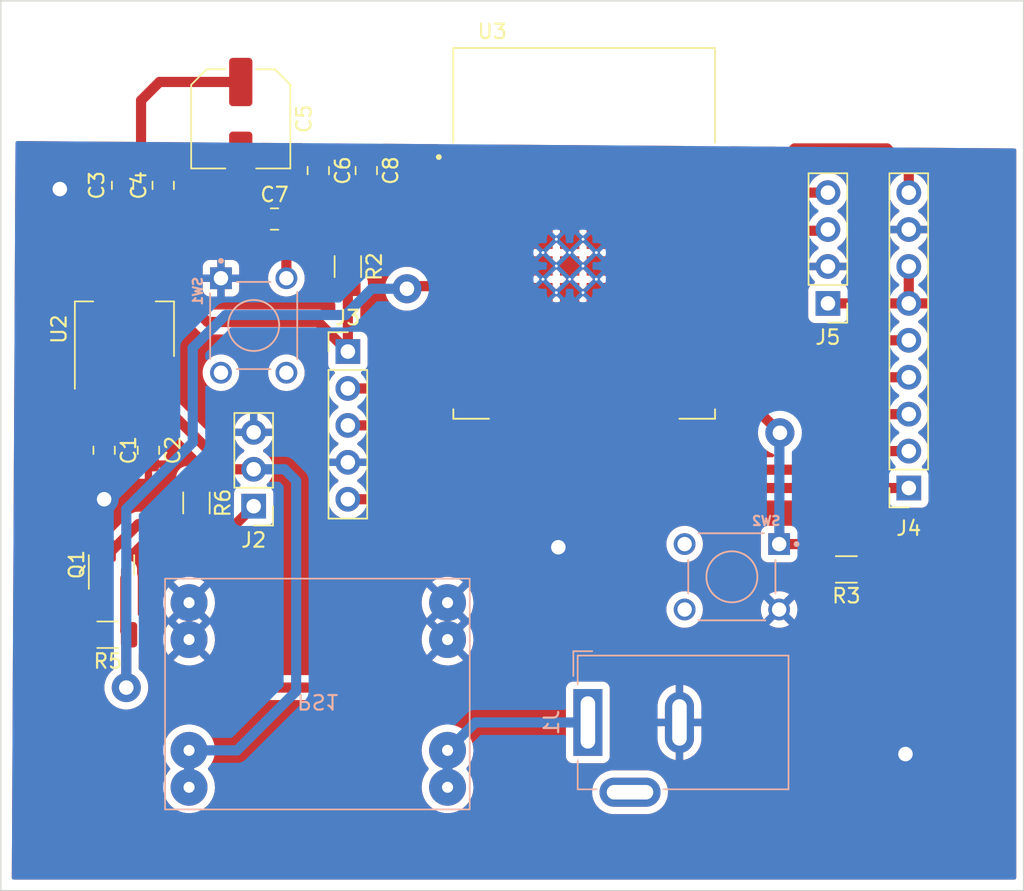
<source format=kicad_pcb>
(kicad_pcb (version 20211014) (generator pcbnew)
  (layers (0 "F.Cu" signal) (31 "B.Cu" signal) (34 "B.Paste" user) (35 "F.Paste" user) (36 "B.SilkS" user "B.Silkscreen") (37 "F.SilkS" user "F.Silkscreen") (38 "B.Mask" user) (39 "F.Mask" user) (44 "Edge.Cuts" user))
  (net 0 "")
  (net 1 "5V")
  (net 2 "GND")
  (net 3 "3V3")
  (net 4 "Net-(C7-Pad2)")
  (net 5 "12V")
  (net 6 "LED_DATA")
  (net 7 "JS_Y")
  (net 8 "JS_X")
  (net 9 "JS_SW")
  (net 10 "LCD_SDIMOSI")
  (net 11 "LCD_SDOMISO")
  (net 12 "LCD_SCK")
  (net 13 "LCD_RST")
  (net 14 "LCD_DC")
  (net 15 "LCD_CS")
  (net 16 "RX")
  (net 17 "Net-(Q1-Pad2)")
  (net 18 "TX")
  (net 19 "Net-(R3-Pad2)")
  (footprint "Connector_PinHeader_2.54mm:PinHeader_1x05_P2.54mm_Vertical" (layer "F.Cu") (at 127.762 82.55)
    (fp_text reference "J3" (at 0 -2.33) (layer "F.SilkS"))
    (fp_text value "Conn_01x05_Male")
    (fp_line (start -1.33 0) (end -1.33 -1.33) (layer "F.SilkS") (width 0.12))
    (fp_line (start 1.33 1.27) (end 1.33 11.49) (layer "F.SilkS") (width 0.12))
    (fp_line (start -1.33 1.27) (end 1.33 1.27) (layer "F.SilkS") (width 0.12))
    (fp_line (start -1.33 -1.33) (end 0 -1.33) (layer "F.SilkS") (width 0.12))
    (fp_line (start -1.33 11.49) (end 1.33 11.49) (layer "F.SilkS") (width 0.12))
    (fp_line (start -1.33 1.27) (end -1.33 11.49) (layer "F.SilkS") (width 0.12))
    (pad "1" thru_hole rect (at 0 0) (size 1.7 1.7) (drill 1) (layers *.Cu *.Mask) (net 3 "3V3"))
    (pad "2" thru_hole oval (at 0 2.54) (size 1.7 1.7) (drill 1) (layers *.Cu *.Mask) (net 7 "JS_Y"))
    (pad "3" thru_hole oval (at 0 5.08) (size 1.7 1.7) (drill 1) (layers *.Cu *.Mask) (net 8 "JS_X"))
    (pad "4" thru_hole oval (at 0 7.62) (size 1.7 1.7) (drill 1) (layers *.Cu *.Mask) (net 2 "GND"))
    (pad "5" thru_hole oval (at 0 10.16) (size 1.7 1.7) (drill 1) (layers *.Cu *.Mask) (net 9 "JS_SW"))
  )
  (footprint "Package_TO_SOT_SMD:SOT-223-3_TabPin2" (layer "F.Cu") (at 112.395 81.011029 90)
    (fp_text reference "U2" (at 0 -4.5 90) (layer "F.SilkS"))
    (fp_text value "AMS1117")
    (fp_line (start 1.91 3.41) (end 1.91 2.15) (layer "F.SilkS") (width 0.12))
    (fp_line (start -1.85 3.41) (end 1.91 3.41) (layer "F.SilkS") (width 0.12))
    (fp_line (start 1.91 -3.41) (end 1.91 -2.15) (layer "F.SilkS") (width 0.12))
    (fp_line (start -4.1 -3.41) (end 1.91 -3.41) (layer "F.SilkS") (width 0.12))
    (pad "1" smd rect (at -3.15 -2.3 90) (size 2 1.5) (layers "F.Cu" "F.Paste" "F.Mask") (net 2 "GND"))
    (pad "2" smd rect (at 3.15 0 90) (size 2 3.8) (layers "F.Cu" "F.Paste" "F.Mask") (net 3 "3V3"))
    (pad "2" smd rect (at -3.15 0 90) (size 2 1.5) (layers "F.Cu" "F.Paste" "F.Mask") (net 3 "3V3"))
    (pad "3" smd rect (at -3.15 2.3 90) (size 2 1.5) (layers "F.Cu" "F.Paste" "F.Mask") (net 1 "5V"))
  )
  (footprint "Resistor_SMD:R_1206_3216Metric" (layer "F.Cu") (at 162.052 97.536 180)
    (fp_text reference "R3" (at 0 -1.82) (layer "F.SilkS"))
    (fp_text value "10k")
    (fp_line (start -0.727064 0.91) (end 0.727064 0.91) (layer "F.SilkS") (width 0.12))
    (fp_line (start -0.727064 -0.91) (end 0.727064 -0.91) (layer "F.SilkS") (width 0.12))
    (pad "1" smd roundrect (at -1.4625 0 180) (size 1.125 1.75) (layers "F.Cu" "F.Paste" "F.Mask") (roundrect_rratio 0.222222) (net 3 "3V3"))
    (pad "2" smd roundrect (at 1.4625 0 180) (size 1.125 1.75) (layers "F.Cu" "F.Paste" "F.Mask") (roundrect_rratio 0.222222) (net 19 "Net-(R3-Pad2)"))
  )
  (footprint "Capacitor_SMD:C_0805_2012Metric" (layer "F.Cu") (at 112.268 71.12 90)
    (fp_text reference "C3" (at 0 -1.778 90) (layer "F.SilkS"))
    (fp_text value "0.1u")
    (fp_line (start -0.261252 0.735) (end 0.261252 0.735) (layer "F.SilkS") (width 0.12))
    (fp_line (start -0.261252 -0.735) (end 0.261252 -0.735) (layer "F.SilkS") (width 0.12))
    (pad "1" smd roundrect (at -0.95 0 90) (size 1 1.45) (layers "F.Cu" "F.Paste" "F.Mask") (net 3 "3V3"))
    (pad "2" smd roundrect (at 0.95 0 90) (size 1 1.45) (layers "F.Cu" "F.Paste" "F.Mask") (net 2 "GND"))
  )
  (footprint "Capacitor_SMD:C_0805_2012Metric" (layer "F.Cu") (at 125.73 70.104 -90)
    (fp_text reference "C6" (at 0 -1.68 90) (layer "F.SilkS"))
    (fp_text value "22u")
    (fp_line (start -0.261252 0.735) (end 0.261252 0.735) (layer "F.SilkS") (width 0.12))
    (fp_line (start -0.261252 -0.735) (end 0.261252 -0.735) (layer "F.SilkS") (width 0.12))
    (pad "1" smd roundrect (at -0.95 0 270) (size 1 1.45) (layers "F.Cu" "F.Paste" "F.Mask") (net 2 "GND"))
    (pad "2" smd roundrect (at 0.95 0 270) (size 1 1.45) (layers "F.Cu" "F.Paste" "F.Mask") (net 3 "3V3"))
  )
  (footprint "Capacitor_SMD:C_Elec_6.3x7.7" (layer "F.Cu") (at 120.396 66.548 -90)
    (fp_text reference "C5" (at 0 -4.35 -90) (layer "F.SilkS"))
    (fp_text value "220u")
    (fp_line (start 3.41 3.41) (end 3.41 1.06) (layer "F.SilkS") (width 0.12))
    (fp_line (start -2.345563 3.41) (end 3.41 3.41) (layer "F.SilkS") (width 0.12))
    (fp_line (start 3.41 -3.41) (end 3.41 -1.06) (layer "F.SilkS") (width 0.12))
    (fp_line (start -3.41 -2.345563) (end -2.345563 -3.41) (layer "F.SilkS") (width 0.12))
    (fp_line (start -3.41 2.345563) (end -2.345563 3.41) (layer "F.SilkS") (width 0.12))
    (fp_line (start -2.345563 -3.41) (end 3.41 -3.41) (layer "F.SilkS") (width 0.12))
    (fp_line (start -3.41 -2.345563) (end -3.41 -1.06) (layer "F.SilkS") (width 0.12))
    (fp_line (start -3.41 2.345563) (end -3.41 1.06) (layer "F.SilkS") (width 0.12))
    (pad "1" smd roundrect (at -2.5375 0 270) (size 3.325 1.6) (layers "F.Cu" "F.Paste" "F.Mask") (roundrect_rratio 0.15625) (net 2 "GND"))
    (pad "2" smd roundrect (at 2.5375 0 270) (size 3.325 1.6) (layers "F.Cu" "F.Paste" "F.Mask") (roundrect_rratio 0.15625) (net 3 "3V3"))
  )
  (footprint "ESP32-WROOM-32D:MODULE_ESP32-WROOM-32D" (layer "F.Cu") (at 144.018 74.422)
    (fp_text reference "U3" (at -6.325 -13.885) (layer "F.SilkS"))
    (fp_text value "ESP32-WROOM-32D")
    (fp_line (start 9 12.75) (end 9 12.1) (layer "F.SilkS") (width 0.127))
    (fp_line (start -9 12.75) (end -6.55 12.75) (layer "F.SilkS") (width 0.127))
    (fp_line (start -9 -6.25) (end -9 -12.75) (layer "F.SilkS") (width 0.127))
    (fp_line (start -9 12.1) (end -9 12.75) (layer "F.SilkS") (width 0.127))
    (fp_line (start 9 -12.75) (end 9 -6.25) (layer "F.SilkS") (width 0.127))
    (fp_line (start 6.55 12.75) (end 9 12.75) (layer "F.SilkS") (width 0.127))
    (fp_line (start -9 -12.75) (end 9 -12.75) (layer "F.SilkS") (width 0.127))
    (fp_circle (center -10 -5.25) (end -9.9 -5.25) (layer "F.SilkS") (width 0.2) (fill none))
    (pad "1" smd rect locked (at -8.5 -5.26) (size 2 0.9) (layers "F.Cu" "F.Paste" "F.Mask") (net 2 "GND"))
    (pad "2" smd rect locked (at -8.5 -3.99) (size 2 0.9) (layers "F.Cu" "F.Paste" "F.Mask") (net 3 "3V3"))
    (pad "3" smd rect locked (at -8.5 -2.72) (size 2 0.9) (layers "F.Cu" "F.Paste" "F.Mask") (net 4 "Net-(C7-Pad2)"))
    (pad "4" smd rect locked (at -8.5 -1.45) (size 2 0.9) (layers "F.Cu" "F.Paste" "F.Mask"))
    (pad "5" smd rect locked (at -8.5 -0.18) (size 2 0.9) (layers "F.Cu" "F.Paste" "F.Mask"))
    (pad "6" smd rect locked (at -8.5 1.09) (size 2 0.9) (layers "F.Cu" "F.Paste" "F.Mask"))
    (pad "7" smd rect locked (at -8.5 2.36) (size 2 0.9) (layers "F.Cu" "F.Paste" "F.Mask"))
    (pad "8" smd rect locked (at -8.5 3.63) (size 2 0.9) (layers "F.Cu" "F.Paste" "F.Mask") (net 17 "Net-(Q1-Pad2)"))
    (pad "9" smd rect locked (at -8.5 4.9) (size 2 0.9) (layers "F.Cu" "F.Paste" "F.Mask"))
    (pad "10" smd rect locked (at -8.5 6.17) (size 2 0.9) (layers "F.Cu" "F.Paste" "F.Mask"))
    (pad "11" smd rect locked (at -8.5 7.44) (size 2 0.9) (layers "F.Cu" "F.Paste" "F.Mask"))
    (pad "12" smd rect locked (at -8.5 8.71) (size 2 0.9) (layers "F.Cu" "F.Paste" "F.Mask"))
    (pad "13" smd rect locked (at -8.5 9.98) (size 2 0.9) (layers "F.Cu" "F.Paste" "F.Mask") (net 7 "JS_Y"))
    (pad "14" smd rect locked (at -8.5 11.25) (size 2 0.9) (layers "F.Cu" "F.Paste" "F.Mask") (net 8 "JS_X"))
    (pad "15" smd rect locked (at -5.715 12.25) (size 0.9 2) (layers "F.Cu" "F.Paste" "F.Mask") (net 2 "GND"))
    (pad "16" smd rect locked (at -4.445 12.25) (size 0.9 2) (layers "F.Cu" "F.Paste" "F.Mask") (net 9 "JS_SW"))
    (pad "17" smd rect locked (at -3.175 12.25) (size 0.9 2) (layers "F.Cu" "F.Paste" "F.Mask"))
    (pad "18" smd rect locked (at -1.905 12.25) (size 0.9 2) (layers "F.Cu" "F.Paste" "F.Mask"))
    (pad "19" smd rect locked (at -0.635 12.25) (size 0.9 2) (layers "F.Cu" "F.Paste" "F.Mask"))
    (pad "20" smd rect locked (at 0.635 12.25) (size 0.9 2) (layers "F.Cu" "F.Paste" "F.Mask"))
    (pad "21" smd rect locked (at 1.905 12.25) (size 0.9 2) (layers "F.Cu" "F.Paste" "F.Mask"))
    (pad "22" smd rect locked (at 3.175 12.25) (size 0.9 2) (layers "F.Cu" "F.Paste" "F.Mask"))
    (pad "23" smd rect locked (at 4.445 12.25) (size 0.9 2) (layers "F.Cu" "F.Paste" "F.Mask") (net 15 "LCD_CS"))
    (pad "24" smd rect locked (at 5.715 12.25) (size 0.9 2) (layers "F.Cu" "F.Paste" "F.Mask") (net 14 "LCD_DC"))
    (pad "25" smd rect locked (at 8.5 11.25) (size 2 0.9) (layers "F.Cu" "F.Paste" "F.Mask") (net 19 "Net-(R3-Pad2)"))
    (pad "26" smd rect locked (at 8.5 9.98) (size 2 0.9) (layers "F.Cu" "F.Paste" "F.Mask") (net 13 "LCD_RST"))
    (pad "27" smd rect locked (at 8.5 8.71) (size 2 0.9) (layers "F.Cu" "F.Paste" "F.Mask"))
    (pad "28" smd rect locked (at 8.5 7.44) (size 2 0.9) (layers "F.Cu" "F.Paste" "F.Mask"))
    (pad "29" smd rect locked (at 8.5 6.17) (size 2 0.9) (layers "F.Cu" "F.Paste" "F.Mask"))
    (pad "30" smd rect locked (at 8.5 4.9) (size 2 0.9) (layers "F.Cu" "F.Paste" "F.Mask") (net 12 "LCD_SCK"))
    (pad "31" smd rect locked (at 8.5 3.63) (size 2 0.9) (layers "F.Cu" "F.Paste" "F.Mask") (net 11 "LCD_SDOMISO"))
    (pad "32" smd rect locked (at 8.5 2.36) (size 2 0.9) (layers "F.Cu" "F.Paste" "F.Mask"))
    (pad "33" smd rect locked (at 8.5 1.09) (size 2 0.9) (layers "F.Cu" "F.Paste" "F.Mask"))
    (pad "34" smd rect locked (at 8.5 -0.18) (size 2 0.9) (layers "F.Cu" "F.Paste" "F.Mask") (net 16 "RX"))
    (pad "35" smd rect locked (at 8.5 -1.45) (size 2 0.9) (layers "F.Cu" "F.Paste" "F.Mask") (net 18 "TX"))
    (pad "36" smd rect locked (at 8.5 -2.72) (size 2 0.9) (layers "F.Cu" "F.Paste" "F.Mask"))
    (pad "37" smd rect locked (at 8.5 -3.99) (size 2 0.9) (layers "F.Cu" "F.Paste" "F.Mask") (net 10 "LCD_SDIMOSI"))
    (pad "38" smd rect locked (at 8.5 -5.26) (size 2 0.9) (layers "F.Cu" "F.Paste" "F.Mask") (net 2 "GND"))
    (pad "39_1" smd rect locked (at -2.835 0.405) (size 1.33 1.33) (layers "F.Cu" "F.Paste" "F.Mask") (net 2 "GND"))
    (pad "39_2" smd rect locked (at -1 0.405) (size 1.33 1.33) (layers "F.Cu" "F.Paste" "F.Mask") (net 2 "GND"))
    (pad "39_3" smd rect locked (at 0.835 0.405) (size 1.33 1.33) (layers "F.Cu" "F.Paste" "F.Mask") (net 2 "GND"))
    (pad "39_4" smd rect locked (at -2.835 2.24) (size 1.33 1.33) (layers "F.Cu" "F.Paste" "F.Mask") (net 2 "GND"))
    (pad "39_5" smd rect locked (at -1 2.24) (size 1.33 1.33) (layers "F.Cu" "F.Paste" "F.Mask") (net 2 "GND"))
    (pad "39_6" smd rect locked (at 0.835 2.24) (size 1.33 1.33) (layers "F.Cu" "F.Paste" "F.Mask") (net 2 "GND"))
    (pad "39_7" smd rect locked (at -2.835 4.075) (size 1.33 1.33) (layers "F.Cu" "F.Paste" "F.Mask") (net 2 "GND"))
    (pad "39_8" smd rect locked (at -1 4.075) (size 1.33 1.33) (layers "F.Cu" "F.Paste" "F.Mask") (net 2 "GND"))
    (pad "39_9" smd rect locked (at 0.835 4.075) (size 1.33 1.33) (layers "F.Cu" "F.Paste" "F.Mask") (net 2 "GND"))
    (pad "39_10" thru_hole circle locked (at -1.9175 0.405) (size 0.3 0.3) (drill 0.2) (layers *.Cu *.Mask) (net 2 "GND"))
    (pad "39_11" thru_hole circle locked (at -0.0825 0.405) (size 0.3 0.3) (drill 0.2) (layers *.Cu *.Mask) (net 2 "GND"))
    (pad "39_12" thru_hole circle locked (at -2.835 1.3225) (size 0.3 0.3) (drill 0.2) (layers *.Cu *.Mask) (net 2 "GND"))
    (pad "39_13" thru_hole circle locked (at -1 1.3225) (size 0.3 0.3) (drill 0.2) (layers *.Cu *.Mask) (net 2 "GND"))
    (pad "39_14" thru_hole circle locked (at 0.835 1.3225) (size 0.3 0.3) (drill 0.2) (layers *.Cu *.Mask) (net 2 "GND"))
    (pad "39_15" thru_hole circle locked (at -1.9175 2.24) (size 0.3 0.3) (drill 0.2) (layers *.Cu *.Mask) (net 2 "GND"))
    (pad "39_16" thru_hole circle locked (at -0.0825 2.24) (size 0.3 0.3) (drill 0.2) (layers *.Cu *.Mask) (net 2 "GND"))
    (pad "39_17" thru_hole circle locked (at -2.835 3.1575) (size 0.3 0.3) (drill 0.2) (layers *.Cu *.Mask) (net 2 "GND"))
    (pad "39_18" thru_hole circle locked (at -1 3.1575) (size 0.3 0.3) (drill 0.2) (layers *.Cu *.Mask) (net 2 "GND"))
    (pad "39_19" thru_hole circle locked (at 0.835 3.1575) (size 0.3 0.3) (drill 0.2) (layers *.Cu *.Mask) (net 2 "GND"))
    (pad "39_20" thru_hole circle locked (at -1.9175 4.075) (size 0.3 0.3) (drill 0.2) (layers *.Cu *.Mask) (net 2 "GND"))
    (pad "39_21" thru_hole circle locked (at -0.0825 4.075) (size 0.3 0.3) (drill 0.2) (layers *.Cu *.Mask) (net 2 "GND"))
    (zone (net 0) (net_name "") (layer "F.Cu") (connect_pads (clearance 0)) (min_thickness 0.01)
      (keepout (tracks not_allowed) (vias not_allowed) (pads not_allowed) (copperpour not_allowed) (footprints allowed))
      (fill (thermal_gap 0.508) (thermal_bridge_width 0.508))
      (polygon (pts (xy 135.018 61.672) (xy 153.018 61.672) (xy 153.018 67.972) (xy 135.018 67.972)))
    )
  )
  (footprint "Connector_PinHeader_2.54mm:PinHeader_1x04_P2.54mm_Vertical" (layer "F.Cu") (at 160.782 79.238 180)
    (fp_text reference "J5" (at 0 -2.33) (layer "F.SilkS"))
    (fp_text value "Conn_01x04_Male")
    (fp_line (start -1.33 -1.33) (end 0 -1.33) (layer "F.SilkS") (width 0.12))
    (fp_line (start -1.33 0) (end -1.33 -1.33) (layer "F.SilkS") (width 0.12))
    (fp_line (start -1.33 1.27) (end -1.33 8.95) (layer "F.SilkS") (width 0.12))
    (fp_line (start -1.33 1.27) (end 1.33 1.27) (layer "F.SilkS") (width 0.12))
    (fp_line (start -1.33 8.95) (end 1.33 8.95) (layer "F.SilkS") (width 0.12))
    (fp_line (start 1.33 1.27) (end 1.33 8.95) (layer "F.SilkS") (width 0.12))
    (pad "1" thru_hole rect (at 0 0 180) (size 1.7 1.7) (drill 1) (layers *.Cu *.Mask) (net 3 "3V3"))
    (pad "2" thru_hole oval (at 0 2.54 180) (size 1.7 1.7) (drill 1) (layers *.Cu *.Mask) (net 2 "GND"))
    (pad "3" thru_hole oval (at 0 5.08 180) (size 1.7 1.7) (drill 1) (layers *.Cu *.Mask) (net 16 "RX"))
    (pad "4" thru_hole oval (at 0 7.62 180) (size 1.7 1.7) (drill 1) (layers *.Cu *.Mask) (net 18 "TX"))
  )
  (footprint "Package_TO_SOT_SMD:SOT-23" (layer "F.Cu") (at 111.506 97.2035 90)
    (fp_text reference "Q1" (at 0 -2.4 90) (layer "F.SilkS"))
    (fp_text value "BSS138")
    (fp_line (start 0 -1.56) (end 0.65 -1.56) (layer "F.SilkS") (width 0.12))
    (fp_line (start 0 1.56) (end 0.65 1.56) (layer "F.SilkS") (width 0.12))
    (fp_line (start 0 1.56) (end -0.65 1.56) (layer "F.SilkS") (width 0.12))
    (fp_line (start 0 -1.56) (end -1.675 -1.56) (layer "F.SilkS") (width 0.12))
    (pad "1" smd roundrect (at -0.9375 -0.95 90) (size 1.475 0.6) (layers "F.Cu" "F.Paste" "F.Mask") (net 3 "3V3"))
    (pad "2" smd roundrect (at -0.9375 0.95 90) (size 1.475 0.6) (layers "F.Cu" "F.Paste" "F.Mask") (net 17 "Net-(Q1-Pad2)"))
    (pad "3" smd roundrect (at 0.9375 0 90) (size 1.475 0.6) (layers "F.Cu" "F.Paste" "F.Mask") (net 6 "LED_DATA"))
  )
  (footprint "Connector_PinSocket_2.54mm:PinSocket_1x09_P2.54mm_Vertical" (layer "F.Cu") (at 166.345 91.938 180)
    (fp_text reference "J4" (at 0 -2.77) (layer "F.SilkS"))
    (fp_text value "Conn_01x09_Male")
    (fp_line (start 1.33 1.27) (end 1.33 21.65) (layer "F.SilkS") (width 0.12))
    (fp_line (start -1.33 21.65) (end 1.33 21.65) (layer "F.SilkS") (width 0.12))
    (fp_line (start -1.33 1.27) (end -1.33 21.65) (layer "F.SilkS") (width 0.12))
    (fp_line (start 0 -1.33) (end 1.33 -1.33) (layer "F.SilkS") (width 0.12))
    (fp_line (start 1.33 -1.33) (end 1.33 0) (layer "F.SilkS") (width 0.12))
    (fp_line (start -1.33 1.27) (end 1.33 1.27) (layer "F.SilkS") (width 0.12))
    (pad "1" thru_hole rect (at 0 0 180) (size 1.7 1.7) (drill 1) (layers *.Cu *.Mask) (net 15 "LCD_CS"))
    (pad "2" thru_hole oval (at 0 2.54 180) (size 1.7 1.7) (drill 1) (layers *.Cu *.Mask) (net 14 "LCD_DC"))
    (pad "3" thru_hole oval (at 0 5.08 180) (size 1.7 1.7) (drill 1) (layers *.Cu *.Mask) (net 13 "LCD_RST"))
    (pad "4" thru_hole oval (at 0 7.62 180) (size 1.7 1.7) (drill 1) (layers *.Cu *.Mask) (net 12 "LCD_SCK"))
    (pad "5" thru_hole oval (at 0 10.16 180) (size 1.7 1.7) (drill 1) (layers *.Cu *.Mask) (net 11 "LCD_SDOMISO"))
    (pad "6" thru_hole oval (at 0 12.7 180) (size 1.7 1.7) (drill 1) (layers *.Cu *.Mask) (net 3 "3V3"))
    (pad "7" thru_hole oval (at 0 15.24 180) (size 1.7 1.7) (drill 1) (layers *.Cu *.Mask) (net 3 "3V3"))
    (pad "8" thru_hole oval (at 0 17.78 180) (size 1.7 1.7) (drill 1) (layers *.Cu *.Mask) (net 2 "GND"))
    (pad "9" thru_hole oval (at 0 20.32 180) (size 1.7 1.7) (drill 1) (layers *.Cu *.Mask) (net 10 "LCD_SDIMOSI"))
  )
  (footprint "Capacitor_SMD:C_0805_2012Metric" (layer "F.Cu") (at 114.046 89.342 -90)
    (fp_text reference "C2" (at 0 -1.68 90) (layer "F.SilkS"))
    (fp_text value "0.1u")
    (fp_line (start -0.261252 0.735) (end 0.261252 0.735) (layer "F.SilkS") (width 0.12))
    (fp_line (start -0.261252 -0.735) (end 0.261252 -0.735) (layer "F.SilkS") (width 0.12))
    (pad "1" smd roundrect (at -0.95 0 270) (size 1 1.45) (layers "F.Cu" "F.Paste" "F.Mask") (net 1 "5V"))
    (pad "2" smd roundrect (at 0.95 0 270) (size 1 1.45) (layers "F.Cu" "F.Paste" "F.Mask") (net 2 "GND"))
  )
  (footprint "Capacitor_SMD:C_0805_2012Metric" (layer "F.Cu") (at 110.998 89.342 -90)
    (fp_text reference "C1" (at 0 -1.68 90) (layer "F.SilkS"))
    (fp_text value "4.7u")
    (fp_line (start -0.261252 -0.735) (end 0.261252 -0.735) (layer "F.SilkS") (width 0.12))
    (fp_line (start -0.261252 0.735) (end 0.261252 0.735) (layer "F.SilkS") (width 0.12))
    (pad "1" smd roundrect (at -0.95 0 270) (size 1 1.45) (layers "F.Cu" "F.Paste" "F.Mask") (net 1 "5V"))
    (pad "2" smd roundrect (at 0.95 0 270) (size 1 1.45) (layers "F.Cu" "F.Paste" "F.Mask") (net 2 "GND"))
  )
  (footprint "Connector_PinHeader_2.54mm:PinHeader_1x03_P2.54mm_Vertical" (layer "F.Cu") (at 121.285 93.188029 180)
    (fp_text reference "J2" (at 0 -2.33) (layer "F.SilkS"))
    (fp_text value "Conn_01x03_Male")
    (fp_line (start -1.33 6.41) (end 1.33 6.41) (layer "F.SilkS") (width 0.12))
    (fp_line (start -1.33 -1.33) (end 0 -1.33) (layer "F.SilkS") (width 0.12))
    (fp_line (start -1.33 1.27) (end 1.33 1.27) (layer "F.SilkS") (width 0.12))
    (fp_line (start 1.33 1.27) (end 1.33 6.41) (layer "F.SilkS") (width 0.12))
    (fp_line (start -1.33 0) (end -1.33 -1.33) (layer "F.SilkS") (width 0.12))
    (fp_line (start -1.33 1.27) (end -1.33 6.41) (layer "F.SilkS") (width 0.12))
    (pad "1" thru_hole rect (at 0 0 180) (size 1.7 1.7) (drill 1) (layers *.Cu *.Mask) (net 6 "LED_DATA"))
    (pad "2" thru_hole oval (at 0 2.54 180) (size 1.7 1.7) (drill 1) (layers *.Cu *.Mask) (net 1 "5V"))
    (pad "3" thru_hole oval (at 0 5.08 180) (size 1.7 1.7) (drill 1) (layers *.Cu *.Mask) (net 2 "GND"))
  )
  (footprint "Resistor_SMD:R_1206_3216Metric" (layer "F.Cu") (at 111.252 102.0295 180)
    (fp_text reference "R5" (at 0 -1.82) (layer "F.SilkS"))
    (fp_text value "10k")
    (fp_line (start -0.727064 0.91) (end 0.727064 0.91) (layer "F.SilkS") (width 0.12))
    (fp_line (start -0.727064 -0.91) (end 0.727064 -0.91) (layer "F.SilkS") (width 0.12))
    (pad "1" smd roundrect (at -1.4625 0 180) (size 1.125 1.75) (layers "F.Cu" "F.Paste" "F.Mask") (roundrect_rratio 0.222222) (net 17 "Net-(Q1-Pad2)"))
    (pad "2" smd roundrect (at 1.4625 0 180) (size 1.125 1.75) (layers "F.Cu" "F.Paste" "F.Mask") (roundrect_rratio 0.222222) (net 3 "3V3"))
  )
  (footprint "Capacitor_SMD:C_0805_2012Metric" (layer "F.Cu") (at 122.718 73.436)
    (fp_text reference "C7" (at 0 -1.68) (layer "F.SilkS"))
    (fp_text value "1uF")
    (fp_line (start -0.261252 0.735) (end 0.261252 0.735) (layer "F.SilkS") (width 0.12))
    (fp_line (start -0.261252 -0.735) (end 0.261252 -0.735) (layer "F.SilkS") (width 0.12))
    (pad "1" smd roundrect (at -0.95 0) (size 1 1.45) (layers "F.Cu" "F.Paste" "F.Mask") (net 2 "GND"))
    (pad "2" smd roundrect (at 0.95 0) (size 1 1.45) (layers "F.Cu" "F.Paste" "F.Mask") (net 4 "Net-(C7-Pad2)"))
  )
  (footprint "Capacitor_SMD:C_0805_2012Metric" (layer "F.Cu") (at 115.062 71.12 90)
    (fp_text reference "C4" (at 0 -1.68 90) (layer "F.SilkS"))
    (fp_text value "4.7u")
    (fp_line (start -0.261252 -0.735) (end 0.261252 -0.735) (layer "F.SilkS") (width 0.12))
    (fp_line (start -0.261252 0.735) (end 0.261252 0.735) (layer "F.SilkS") (width 0.12))
    (pad "1" smd roundrect (at -0.95 0 90) (size 1 1.45) (layers "F.Cu" "F.Paste" "F.Mask") (net 3 "3V3"))
    (pad "2" smd roundrect (at 0.95 0 90) (size 1 1.45) (layers "F.Cu" "F.Paste" "F.Mask") (net 2 "GND"))
  )
  (footprint "Capacitor_SMD:C_0805_2012Metric" (layer "F.Cu") (at 129.032 70.104 -90)
    (fp_text reference "C8" (at 0 -1.68 90) (layer "F.SilkS"))
    (fp_text value "0.1u")
    (fp_line (start -0.261252 0.735) (end 0.261252 0.735) (layer "F.SilkS") (width 0.12))
    (fp_line (start -0.261252 -0.735) (end 0.261252 -0.735) (layer "F.SilkS") (width 0.12))
    (pad "1" smd roundrect (at -0.95 0 270) (size 1 1.45) (layers "F.Cu" "F.Paste" "F.Mask") (net 2 "GND"))
    (pad "2" smd roundrect (at 0.95 0 270) (size 1 1.45) (layers "F.Cu" "F.Paste" "F.Mask") (net 3 "3V3"))
  )
  (footprint "Resistor_SMD:R_1206_3216Metric" (layer "F.Cu") (at 127.762 76.708 -90)
    (fp_text reference "R2" (at 0 -1.82 90) (layer "F.SilkS"))
    (fp_text value "10k")
    (fp_line (start -0.727064 -0.91) (end 0.727064 -0.91) (layer "F.SilkS") (width 0.12))
    (fp_line (start -0.727064 0.91) (end 0.727064 0.91) (layer "F.SilkS") (width 0.12))
    (pad "1" smd roundrect (at -1.4625 0 270) (size 1.125 1.75) (layers "F.Cu" "F.Paste" "F.Mask") (roundrect_rratio 0.222222) (net 4 "Net-(C7-Pad2)"))
    (pad "2" smd roundrect (at 1.4625 0 270) (size 1.125 1.75) (layers "F.Cu" "F.Paste" "F.Mask") (roundrect_rratio 0.222222) (net 3 "3V3"))
  )
  (footprint "Resistor_SMD:R_1206_3216Metric" (layer "F.Cu") (at 117.348 92.964 -90)
    (fp_text reference "R6" (at 0 -1.82 90) (layer "F.SilkS"))
    (fp_text value "10k")
    (fp_line (start -0.727064 -0.91) (end 0.727064 -0.91) (layer "F.SilkS") (width 0.12))
    (fp_line (start -0.727064 0.91) (end 0.727064 0.91) (layer "F.SilkS") (width 0.12))
    (pad "1" smd roundrect (at -1.4625 0 270) (size 1.125 1.75) (layers "F.Cu" "F.Paste" "F.Mask") (roundrect_rratio 0.222222) (net 1 "5V"))
    (pad "2" smd roundrect (at 1.4625 0 270) (size 1.125 1.75) (layers "F.Cu" "F.Paste" "F.Mask") (roundrect_rratio 0.222222) (net 6 "LED_DATA"))
  )
  (footprint "1825910-6:SW_1825910-6-4" (layer "B.Cu") (at 154.178 98.044 180)
    (fp_text reference "SW2" (at -2.3627 3.844398) (layer "B.SilkS") (effects (font (size 0.630643 0.630643)) (justify mirror)))
    (fp_text value "SW_Push")
    (fp_line (start 2.3 -2.995) (end -2.3 -2.995) (layer "B.SilkS") (width 0.127))
    (fp_line (start -2.2 2.995) (end 2.3 2.995) (layer "B.SilkS") (width 0.127))
    (fp_line (start -2.995 1.15) (end -2.995 -1.15) (layer "B.SilkS") (width 0.127))
    (fp_line (start 3 1.15) (end 3 -1.15) (layer "B.SilkS") (width 0.127))
    (fp_circle (center 0 0) (end 1.755 0) (layer "B.SilkS") (width 0.127) (fill none))
    (fp_circle (center -4.445 2.25) (end -4.345 2.25) (layer "B.SilkS") (width 0.2) (fill none))
    (pad "1" thru_hole rect (at -3.25 2.25 180) (size 1.498 1.498) (drill 0.99) (layers *.Cu *.Mask) (net 19 "Net-(R3-Pad2)"))
    (pad "2" thru_hole circle (at -3.25 -2.25 180) (size 1.498 1.498) (drill 0.99) (layers *.Cu *.Mask) (net 2 "GND"))
    (pad "3" thru_hole circle (at 3.25 2.25 180) (size 1.498 1.498) (drill 0.99) (layers *.Cu *.Mask))
    (pad "4" thru_hole circle (at 3.25 -2.25 180) (size 1.498 1.498) (drill 0.99) (layers *.Cu *.Mask))
  )
  (footprint "1825910-6:SW_1825910-6-4" (layer "B.Cu") (at 121.285 80.757029 -90)
    (fp_text reference "SW1" (at -2.3627 3.844398 90) (layer "B.SilkS") (effects (font (size 0.630643 0.630643)) (justify mirror)))
    (fp_text value "SW_Push")
    (fp_line (start 3 1.15) (end 3 -1.15) (layer "B.SilkS") (width 0.127))
    (fp_line (start -2.2 2.995) (end 2.3 2.995) (layer "B.SilkS") (width 0.127))
    (fp_line (start 2.3 -2.995) (end -2.3 -2.995) (layer "B.SilkS") (width 0.127))
    (fp_line (start -2.995 1.15) (end -2.995 -1.15) (layer "B.SilkS") (width 0.127))
    (fp_circle (center -4.445 2.25) (end -4.345 2.25) (layer "B.SilkS") (width 0.2) (fill none))
    (fp_circle (center 0 0) (end 1.755 0) (layer "B.SilkS") (width 0.127) (fill none))
    (pad "1" thru_hole rect (at -3.25 2.25 270) (size 1.498 1.498) (drill 0.99) (layers *.Cu *.Mask) (net 2 "GND"))
    (pad "2" thru_hole circle (at -3.25 -2.25 270) (size 1.498 1.498) (drill 0.99) (layers *.Cu *.Mask) (net 4 "Net-(C7-Pad2)"))
    (pad "3" thru_hole circle (at 3.25 2.25 270) (size 1.498 1.498) (drill 0.99) (layers *.Cu *.Mask))
    (pad "4" thru_hole circle (at 3.25 -2.25 270) (size 1.498 1.498) (drill 0.99) (layers *.Cu *.Mask))
  )
  (footprint "Connector_BarrelJack:BarrelJack_GCT_DCJ200-10-A_Horizontal" (layer "B.Cu") (at 144.272 108.062 -90)
    (fp_text reference "J1" (at 0 2.5 90) (layer "B.SilkS") (effects (justify mirror)))
    (fp_text value "Barrel_Jack")
    (fp_line (start -4.9 1) (end -4.9 -0.3) (layer "B.SilkS") (width 0.12))
    (fp_line (start 2.6 0.7) (end 4.6 0.7) (layer "B.SilkS") (width 0.12))
    (fp_line (start -4.6 -13.8) (end -4.6 0.7) (layer "B.SilkS") (width 0.12))
    (fp_line (start -4.6 0.7) (end -2.6 0.7) (layer "B.SilkS") (width 0.12))
    (fp_line (start -3.2 1) (end -4.9 1) (layer "B.SilkS") (width 0.12))
    (fp_line (start 4.6 -5.2) (end 4.6 -13.8) (layer "B.SilkS") (width 0.12))
    (fp_line (start 4.6 -13.8) (end -4.6 -13.8) (layer "B.SilkS") (width 0.12))
    (fp_line (start 4.6 0.7) (end 4.6 -0.6) (layer "B.SilkS") (width 0.12))
    (pad "1" thru_hole rect (at 0 0 270) (size 4.6 2) (drill oval 3.6 1) (layers *.Cu *.Mask) (net 5 "12V"))
    (pad "2" thru_hole oval (at 0 -6.3 270) (size 4.2 2) (drill oval 3.2 1) (layers *.Cu *.Mask) (net 2 "GND"))
    (pad "3" thru_hole oval (at 4.8 -2.9 270) (size 2 4.2) (drill oval 1 3.2) (layers *.Cu *.Mask))
  )
  (footprint "1825910-6:Buck_Converter" (layer "B.Cu") (at 125.73 106.172)
    (fp_text reference "PS1" (at 0 0.46 -180 unlocked) (layer "B.SilkS") (effects (justify mirror)))
    (fp_text value "ITX0512SA")
    (fp_rect (start -10.541 7.874) (end 10.414 -8.001) (layer "B.SilkS") (width 0.12) (fill none))
    (pad "1a" thru_hole circle (at 8.89 6.35) (size 2.54 2.54) (drill 0.762) (layers *.Cu *.Mask) (net 5 "12V"))
    (pad "1b" thru_hole circle (at 8.89 3.81) (size 2.54 2.54) (drill 0.762) (layers *.Cu *.Mask) (net 5 "12V"))
    (pad "2a" thru_hole circle (at 8.89 -3.81) (size 2.54 2.54) (drill 0.762) (layers *.Cu *.Mask) (net 2 "GND"))
    (pad "2b" thru_hole circle (at 8.89 -6.35) (size 2.54 2.54) (drill 0.762) (layers *.Cu *.Mask) (net 2 "GND"))
    (pad "3a" thru_hole circle (at -8.89 6.35) (size 2.54 2.54) (drill 0.762) (layers *.Cu *.Mask) (net 1 "5V"))
    (pad "3b" thru_hole circle (at -8.89 3.81) (size 2.54 2.54) (drill 0.762) (layers *.Cu *.Mask) (net 1 "5V"))
    (pad "4a" thru_hole circle (at -8.89 -3.81) (size 2.54 2.54) (drill 0.762) (layers *.Cu *.Mask) (net 2 "GND"))
    (pad "4b" thru_hole circle (at -8.89 -6.35) (size 2.54 2.54) (drill 0.762) (layers *.Cu *.Mask) (net 2 "GND"))
  )
  (gr_rect (start 174.244 58.42) (end 103.886 119.634) (layer "Edge.Cuts") (width 0.1) (fill none))
  (segment (start 118.638529 91.5015) (end 119.492 90.648029) (width 0.7) (layer "F.Cu") (net 1))
  (segment (start 119.492 90.648029) (end 121.285 90.648029) (width 0.7) (layer "F.Cu") (net 1))
  (segment (start 117.348 91.5015) (end 118.638529 91.5015) (width 0.7) (layer "F.Cu") (net 1))
  (segment (start 114.695 85.739) (end 114.695 85.851029) (width 0.7) (layer "F.Cu") (net 1))
  (segment (start 114.695 86.473) (end 114.695 85.739) (width 0.7) (layer "F.Cu") (net 1))
  (segment (start 114.046 88.392) (end 114.046 87.122) (width 0.7) (layer "F.Cu") (net 1))
  (segment (start 114.046 87.122) (end 114.695 86.473) (width 0.7) (layer "F.Cu") (net 1))
  (segment (start 114.695 84.161029) (end 114.695 85.739) (width 0.7) (layer "F.Cu") (net 1))
  (segment (start 110.998 88.392) (end 114.046 88.392) (width 0.7) (layer "F.Cu") (net 1))
  (segment (start 115.005986 86.162014) (end 119.492 90.648029) (width 0.7) (layer "F.Cu") (net 1))
  (segment (start 114.695 85.851029) (end 115.005986 86.162014) (width 0.7) (layer "F.Cu") (net 1))
  (segment (start 120.142 109.982) (end 116.84 109.982) (width 0.7) (layer "B.Cu") (net 1))
  (segment (start 121.285 90.648029) (end 123.414029 90.648029) (width 0.7) (layer "B.Cu") (net 1))
  (segment (start 124.206 91.44) (end 124.206 105.918) (width 0.7) (layer "B.Cu") (net 1))
  (segment (start 123.414029 90.648029) (end 124.206 91.44) (width 0.7) (layer "B.Cu") (net 1))
  (segment (start 124.206 105.918) (end 120.142 109.982) (width 0.7) (layer "B.Cu") (net 1))
  (segment (start 116.84 109.982) (end 116.84 112.522) (width 0.7) (layer "B.Cu") (net 1))
  (segment (start 113.538 65.278) (end 113.538 68.326) (width 0.7) (layer "F.Cu") (net 2))
  (segment (start 120.3935 64.008) (end 114.808 64.008) (width 0.7) (layer "F.Cu") (net 2))
  (segment (start 114.808 64.008) (end 113.538 65.278) (width 0.7) (layer "F.Cu") (net 2))
  (segment (start 110.998 90.292) (end 110.998 92.71) (width 0.7) (layer "F.Cu") (net 2))
  (segment (start 120.396 64.0105) (end 120.3935 64.008) (width 0.7) (layer "F.Cu") (net 2))
  (via (at 142.24 96.012) (size 2) (drill 1) (layers "F.Cu" "B.Cu") (net 2))
  (via (at 110.998 92.71) (size 2) (drill 1) (layers "F.Cu" "B.Cu") (net 2))
  (via (at 166.116 110.236) (size 2) (drill 1) (layers "F.Cu" "B.Cu") (net 2))
  (via (at 107.95 71.374) (size 2) (drill 1) (layers "F.Cu" "B.Cu") (net 2))
  (segment (start 109.7895 98.9075) (end 110.556 98.141) (width 0.7) (layer "F.Cu") (net 3))
  (segment (start 141.478 103.124) (end 161.798 103.124) (width 0.7) (layer "F.Cu") (net 3))
  (segment (start 112.395 77.861029) (end 112.395 72.517) (width 0.7) (layer "F.Cu") (net 3))
  (segment (start 161.798 103.124) (end 163.5145 101.4075) (width 0.7) (layer "F.Cu") (net 3))
  (segment (start 109.7895 102.0295) (end 109.7895 98.9075) (width 0.7) (layer "F.Cu") (net 3))
  (segment (start 112.268 72.07) (end 115.062 72.07) (width 0.7) (layer "F.Cu") (net 3))
  (segment (start 166.345 79.238) (end 166.345 76.698) (width 0.7) (layer "F.Cu") (net 3))
  (segment (start 109.7895 102.0295) (end 109.7895 108.2655) (width 0.7) (layer "F.Cu") (net 3))
  (segment (start 127.762 82.55) (end 127.762 78.1705) (width 0.7) (layer "F.Cu") (net 3))
  (segment (start 109.7895 108.2655) (end 110.236 108.712) (width 0.7) (layer "F.Cu") (net 3))
  (segment (start 121.6 71.054) (end 125.73 71.054) (width 0.7) (layer "F.Cu") (net 3))
  (segment (start 116.84 105.664) (end 138.938 105.664) (width 0.7) (layer "F.Cu") (net 3))
  (segment (start 117.4115 72.07) (end 120.396 69.0855) (width 0.7) (layer "F.Cu") (net 3))
  (segment (start 160.782 79.238) (end 166.345 79.238) (width 0.7) (layer "F.Cu") (net 3))
  (segment (start 131.384 71.054) (end 132.006 70.432) (width 0.7) (layer "F.Cu") (net 3))
  (segment (start 112.014 86.36) (end 109.474 86.36) (width 0.7) (layer "F.Cu") (net 3))
  (segment (start 166.345 79.238) (end 168.646 79.238) (width 0.7) (layer "F.Cu") (net 3))
  (segment (start 110.236 108.712) (end 113.792 108.712) (width 0.7) (layer "F.Cu") (net 3))
  (segment (start 112.395 85.979) (end 112.014 86.36) (width 0.7) (layer "F.Cu") (net 3))
  (segment (start 118.11 80.518) (end 125.73 80.518) (width 0.7) (layer "F.Cu") (net 3))
  (segment (start 129.032 71.054) (end 131.384 71.054) (width 0.7) (layer "F.Cu") (net 3))
  (segment (start 169.672 80.264) (end 169.672 94.742) (width 0.7) (layer "F.Cu") (net 3))
  (segment (start 125.73 80.518) (end 127.762 82.55) (width 0.7) (layer "F.Cu") (net 3))
  (segment (start 112.395 84.161029) (end 112.395 85.979) (width 0.7) (layer "F.Cu") (net 3))
  (segment (start 110.556 96.7615) (end 110.556 98.141) (width 0.7) (layer "F.Cu") (net 3))
  (segment (start 132.006 70.432) (end 135.518 70.432) (width 0.7) (layer "F.Cu") (net 3))
  (segment (start 108.458 87.376) (end 108.458 94.6635) (width 0.7) (layer "F.Cu") (net 3))
  (segment (start 120.396 69.85) (end 121.6 71.054) (width 0.7) (layer "F.Cu") (net 3))
  (segment (start 115.453029 77.861029) (end 118.11 80.518) (width 0.7) (layer "F.Cu") (net 3))
  (segment (start 108.458 94.6635) (end 110.556 96.7615) (width 0.7) (layer "F.Cu") (net 3))
  (segment (start 112.395 82.789029) (end 112.395 77.861029) (width 1.5) (layer "F.Cu") (net 3))
  (segment (start 112.395 77.861029) (end 115.453029 77.861029) (width 0.7) (layer "F.Cu") (net 3))
  (segment (start 109.474 86.36) (end 108.458 87.376) (width 0.7) (layer "F.Cu") (net 3))
  (segment (start 112.395 84.161029) (end 112.395 82.789029) (width 1.5) (layer "F.Cu") (net 3))
  (segment (start 125.73 71.054) (end 129.032 71.054) (width 0.7) (layer "F.Cu") (net 3))
  (segment (start 169.672 94.742) (end 166.878 97.536) (width 0.7) (layer "F.Cu") (net 3))
  (segment (start 166.878 97.536) (end 163.5145 97.536) (width 0.7) (layer "F.Cu") (net 3))
  (segment (start 163.5145 101.4075) (end 163.5145 97.536) (width 0.7) (layer "F.Cu") (net 3))
  (segment (start 113.792 108.712) (end 116.84 105.664) (width 0.7) (layer "F.Cu") (net 3))
  (segment (start 138.938 105.664) (end 141.478 103.124) (width 0.7) (layer "F.Cu") (net 3))
  (segment (start 115.062 72.07) (end 117.4115 72.07) (width 0.7) (layer "F.Cu") (net 3))
  (segment (start 120.396 69.0855) (end 120.396 69.85) (width 0.7) (layer "F.Cu") (net 3))
  (segment (start 168.646 79.238) (end 169.672 80.264) (width 0.7) (layer "F.Cu") (net 3))
  (segment (start 123.535 73.569) (end 123.668 73.436) (width 0.7) (layer "F.Cu") (net 4))
  (segment (start 133.276 71.702) (end 135.518 71.702) (width 0.7) (layer "F.Cu") (net 4))
  (segment (start 129.4785 73.2135) (end 131.7645 73.2135) (width 0.7) (layer "F.Cu") (net 4))
  (segment (start 127.762 75.2455) (end 127.762 74.93) (width 0.7) (layer "F.Cu") (net 4))
  (segment (start 123.668 73.436) (end 123.8905 73.2135) (width 0.7) (layer "F.Cu") (net 4))
  (segment (start 123.8905 73.2135) (end 131.7645 73.2135) (width 0.7) (layer "F.Cu") (net 4))
  (segment (start 127.762 74.93) (end 129.4785 73.2135) (width 0.7) (layer "F.Cu") (net 4))
  (segment (start 123.535 77.507029) (end 123.535 73.569) (width 0.7) (layer "F.Cu") (net 4))
  (segment (start 131.7645 73.2135) (end 133.276 71.702) (width 0.7) (layer "F.Cu") (net 4))
  (segment (start 123.444 73.66) (end 123.668 73.436) (width 0.7) (layer "F.Cu") (net 4))
  (segment (start 134.62 109.982) (end 136.54 108.062) (width 0.7) (layer "B.Cu") (net 5))
  (segment (start 134.62 109.982) (end 134.62 112.522) (width 0.7) (layer "B.Cu") (net 5))
  (segment (start 136.54 108.062) (end 144.272 108.062) (width 0.7) (layer "B.Cu") (net 5))
  (segment (start 117.348 94.4265) (end 120.046529 94.4265) (width 0.7) (layer "F.Cu") (net 6))
  (segment (start 120.046529 94.4265) (end 121.285 93.188029) (width 0.7) (layer "F.Cu") (net 6))
  (segment (start 117.348 94.4265) (end 113.3455 94.4265) (width 0.7) (layer "F.Cu") (net 6))
  (segment (start 113.3455 94.4265) (end 111.506 96.266) (width 0.7) (layer "F.Cu") (net 6))
  (segment (start 130.81 85.09) (end 131.498 84.402) (width 0.7) (layer "F.Cu") (net 7))
  (segment (start 131.498 84.402) (end 135.518 84.402) (width 0.7) (layer "F.Cu") (net 7))
  (segment (start 127.762 85.09) (end 130.81 85.09) (width 0.7) (layer "F.Cu") (net 7))
  (segment (start 131.318 87.63) (end 133.276 85.672) (width 0.7) (layer "F.Cu") (net 8))
  (segment (start 127.762 87.63) (end 131.318 87.63) (width 0.7) (layer "F.Cu") (net 8))
  (segment (start 133.276 85.672) (end 135.518 85.672) (width 0.7) (layer "F.Cu") (net 8))
  (segment (start 136.398 92.71) (end 139.573 89.535) (width 0.7) (layer "F.Cu") (net 9))
  (segment (start 139.573 86.672) (end 139.573 89.535) (width 0.7) (layer "F.Cu") (net 9))
  (segment (start 127.762 92.71) (end 136.398 92.71) (width 0.7) (layer "F.Cu") (net 9))
  (segment (start 158.496 68.58) (end 164.846 68.58) (width 0.7) (layer "F.Cu") (net 10))
  (segment (start 152.518 70.432) (end 156.644 70.432) (width 0.7) (layer "F.Cu") (net 10))
  (segment (start 166.345 70.129) (end 166.345 71.618) (width 0.7) (layer "F.Cu") (net 10))
  (segment (start 164.846 68.58) (end 166.37 70.104) (width 0.7) (layer "F.Cu") (net 10))
  (segment (start 156.644 70.432) (end 158.496 68.58) (width 0.7) (layer "F.Cu") (net 10))
  (segment (start 166.37 70.104) (end 166.345 70.129) (width 0.7) (layer "F.Cu") (net 10))
  (segment (start 166.345 81.778) (end 158.74 81.778) (width 0.7) (layer "F.Cu") (net 11))
  (segment (start 155.014 78.052) (end 152.518 78.052) (width 0.7) (layer "F.Cu") (net 11))
  (segment (start 158.74 81.778) (end 155.014 78.052) (width 0.7) (layer "F.Cu") (net 11))
  (segment (start 159.268 84.318) (end 166.345 84.318) (width 0.7) (layer "F.Cu") (net 12))
  (segment (start 159.258 84.328) (end 159.268 84.318) (width 0.7) (layer "F.Cu") (net 12))
  (segment (start 152.518 79.322) (end 154.252 79.322) (width 0.7) (layer "F.Cu") (net 12))
  (segment (start 154.252 79.322) (end 159.258 84.328) (width 0.7) (layer "F.Cu") (net 12))
  (segment (start 152.518 84.402) (end 157.046 84.402) (width 0.7) (layer "F.Cu") (net 13))
  (segment (start 159.522 86.858) (end 166.345 86.858) (width 0.7) (layer "F.Cu") (net 13))
  (segment (start 157.046 84.402) (end 159.512 86.868) (width 0.7) (layer "F.Cu") (net 13))
  (segment (start 159.512 86.868) (end 159.522 86.858) (width 0.7) (layer "F.Cu") (net 13))
  (segment (start 149.733 89.281) (end 151.13 90.678) (width 0.7) (layer "F.Cu") (net 14))
  (segment (start 151.13 90.678) (end 162.052 90.678) (width 0.7) (layer "F.Cu") (net 14))
  (segment (start 149.733 86.672) (end 149.733 89.281) (width 0.7) (layer "F.Cu") (net 14))
  (segment (start 163.332 89.398) (end 166.345 89.398) (width 0.7) (layer "F.Cu") (net 14))
  (segment (start 162.052 90.678) (end 163.332 89.398) (width 0.7) (layer "F.Cu") (net 14))
  (segment (start 148.463 86.672) (end 148.463 90.805) (width 0.7) (layer "F.Cu") (net 15))
  (segment (start 148.463 90.805) (end 149.596 91.938) (width 0.7) (layer "F.Cu") (net 15))
  (segment (start 149.596 91.938) (end 166.345 91.938) (width 0.7) (layer "F.Cu") (net 15))
  (segment (start 152.518 74.242) (end 160.698 74.242) (width 0.7) (layer "F.Cu") (net 16))
  (segment (start 160.698 74.242) (end 160.782 74.158) (width 0.7) (layer "F.Cu") (net 16))
  (segment (start 132.006 78.052) (end 131.826 78.232) (width 0.7) (layer "F.Cu") (net 17))
  (segment (start 112.456 101.771) (end 112.7145 102.0295) (width 0.7) (layer "F.Cu") (net 17))
  (segment (start 112.522 102.222) (end 112.7145 102.0295) (width 0.7) (layer "F.Cu") (net 17))
  (segment (start 112.522 105.664) (end 112.522 102.222) (width 0.7) (layer "F.Cu") (net 17))
  (segment (start 135.518 78.052) (end 132.006 78.052) (width 0.7) (layer "F.Cu") (net 17))
  (segment (start 112.456 98.141) (end 112.456 101.771) (width 0.7) (layer "F.Cu") (net 17))
  (via (at 131.826 78.232) (size 2) (drill 1) (layers "F.Cu" "B.Cu") (net 17))
  (via (at 112.522 105.664) (size 2) (drill 1) (layers "F.Cu" "B.Cu") (net 17))
  (segment (start 119.354686 80.035314) (end 127.607175 80.035314) (width 0.7) (layer "B.Cu") (net 17))
  (segment (start 112.522 93.377341) (end 117.094 88.805341) (width 0.7) (layer "B.Cu") (net 17))
  (segment (start 129.410489 78.232) (end 131.826 78.232) (width 0.7) (layer "B.Cu") (net 17))
  (segment (start 117.094 88.805341) (end 117.094 82.296) (width 0.7) (layer "B.Cu") (net 17))
  (segment (start 127.607175 80.035314) (end 129.410489 78.232) (width 0.7) (layer "B.Cu") (net 17))
  (segment (start 117.094 82.296) (end 119.354686 80.035314) (width 0.7) (layer "B.Cu") (net 17))
  (segment (start 112.522 105.664) (end 112.522 93.377341) (width 0.7) (layer "B.Cu") (net 17))
  (segment (start 157.744 71.618) (end 160.782 71.618) (width 0.7) (layer "F.Cu") (net 18))
  (segment (start 152.518 72.972) (end 156.39 72.972) (width 0.7) (layer "F.Cu") (net 18))
  (segment (start 156.39 72.972) (end 157.744 71.618) (width 0.7) (layer "F.Cu") (net 18))
  (segment (start 155.014 85.672) (end 157.48 88.138) (width 0.7) (layer "F.Cu") (net 19))
  (segment (start 158.8475 95.794) (end 160.5895 97.536) (width 0.7) (layer "F.Cu") (net 19))
  (segment (start 152.518 85.672) (end 155.014 85.672) (width 0.7) (layer "F.Cu") (net 19))
  (segment (start 157.428 95.794) (end 158.8475 95.794) (width 0.7) (layer "F.Cu") (net 19))
  (via (at 157.48 88.138) (size 2) (drill 1) (layers "F.Cu" "B.Cu") (net 19))
  (segment (start 157.444 88.174) (end 157.48 88.138) (width 0.7) (layer "B.Cu") (net 19))
  (segment (start 157.444 95.302) (end 157.444 88.174) (width 0.7) (layer "B.Cu") (net 19))
  (zone (net 2) (net_name "GND") (layers F&B.Cu) (connect_pads (clearance 0.508)) (min_thickness 0.254) (fill yes (thermal_gap 0.508) (thermal_bridge_width 0.508))
    (polygon (pts (xy 173.736 118.872) (xy 104.648 118.872) (xy 104.902 68.072) (xy 173.736 68.58)))
  )
)
</source>
